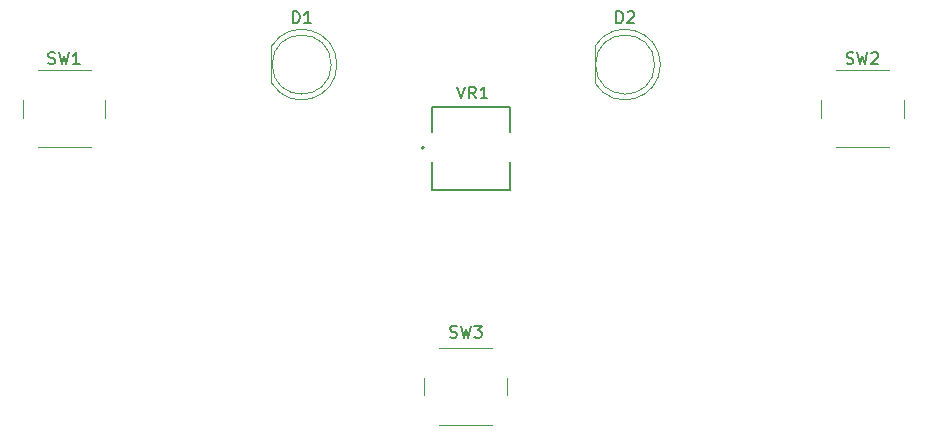
<source format=gbr>
%TF.GenerationSoftware,KiCad,Pcbnew,9.0.2*%
%TF.CreationDate,2025-06-28T23:14:17+07:00*%
%TF.ProjectId,PCB art,50434220-6172-4742-9e6b-696361645f70,rev?*%
%TF.SameCoordinates,Original*%
%TF.FileFunction,Legend,Top*%
%TF.FilePolarity,Positive*%
%FSLAX46Y46*%
G04 Gerber Fmt 4.6, Leading zero omitted, Abs format (unit mm)*
G04 Created by KiCad (PCBNEW 9.0.2) date 2025-06-28 23:14:17*
%MOMM*%
%LPD*%
G01*
G04 APERTURE LIST*
%ADD10C,0.150000*%
%ADD11C,0.200000*%
%ADD12C,0.127000*%
%ADD13C,0.120000*%
G04 APERTURE END LIST*
D10*
X195051937Y-80860748D02*
X195386189Y-81863504D01*
X195386189Y-81863504D02*
X195720441Y-80860748D01*
X196627696Y-81863504D02*
X196293444Y-81386001D01*
X196054693Y-81863504D02*
X196054693Y-80860748D01*
X196054693Y-80860748D02*
X196436695Y-80860748D01*
X196436695Y-80860748D02*
X196532196Y-80908498D01*
X196532196Y-80908498D02*
X196579946Y-80956248D01*
X196579946Y-80956248D02*
X196627696Y-81051749D01*
X196627696Y-81051749D02*
X196627696Y-81195000D01*
X196627696Y-81195000D02*
X196579946Y-81290500D01*
X196579946Y-81290500D02*
X196532196Y-81338251D01*
X196532196Y-81338251D02*
X196436695Y-81386001D01*
X196436695Y-81386001D02*
X196054693Y-81386001D01*
X197582702Y-81863504D02*
X197009699Y-81863504D01*
X197296200Y-81863504D02*
X197296200Y-80860748D01*
X197296200Y-80860748D02*
X197200700Y-81003999D01*
X197200700Y-81003999D02*
X197105199Y-81099499D01*
X197105199Y-81099499D02*
X197009699Y-81147250D01*
X208506305Y-75494819D02*
X208506305Y-74494819D01*
X208506305Y-74494819D02*
X208744400Y-74494819D01*
X208744400Y-74494819D02*
X208887257Y-74542438D01*
X208887257Y-74542438D02*
X208982495Y-74637676D01*
X208982495Y-74637676D02*
X209030114Y-74732914D01*
X209030114Y-74732914D02*
X209077733Y-74923390D01*
X209077733Y-74923390D02*
X209077733Y-75066247D01*
X209077733Y-75066247D02*
X209030114Y-75256723D01*
X209030114Y-75256723D02*
X208982495Y-75351961D01*
X208982495Y-75351961D02*
X208887257Y-75447200D01*
X208887257Y-75447200D02*
X208744400Y-75494819D01*
X208744400Y-75494819D02*
X208506305Y-75494819D01*
X209458686Y-74590057D02*
X209506305Y-74542438D01*
X209506305Y-74542438D02*
X209601543Y-74494819D01*
X209601543Y-74494819D02*
X209839638Y-74494819D01*
X209839638Y-74494819D02*
X209934876Y-74542438D01*
X209934876Y-74542438D02*
X209982495Y-74590057D01*
X209982495Y-74590057D02*
X210030114Y-74685295D01*
X210030114Y-74685295D02*
X210030114Y-74780533D01*
X210030114Y-74780533D02*
X209982495Y-74923390D01*
X209982495Y-74923390D02*
X209411067Y-75494819D01*
X209411067Y-75494819D02*
X210030114Y-75494819D01*
X160416667Y-78907200D02*
X160559524Y-78954819D01*
X160559524Y-78954819D02*
X160797619Y-78954819D01*
X160797619Y-78954819D02*
X160892857Y-78907200D01*
X160892857Y-78907200D02*
X160940476Y-78859580D01*
X160940476Y-78859580D02*
X160988095Y-78764342D01*
X160988095Y-78764342D02*
X160988095Y-78669104D01*
X160988095Y-78669104D02*
X160940476Y-78573866D01*
X160940476Y-78573866D02*
X160892857Y-78526247D01*
X160892857Y-78526247D02*
X160797619Y-78478628D01*
X160797619Y-78478628D02*
X160607143Y-78431009D01*
X160607143Y-78431009D02*
X160511905Y-78383390D01*
X160511905Y-78383390D02*
X160464286Y-78335771D01*
X160464286Y-78335771D02*
X160416667Y-78240533D01*
X160416667Y-78240533D02*
X160416667Y-78145295D01*
X160416667Y-78145295D02*
X160464286Y-78050057D01*
X160464286Y-78050057D02*
X160511905Y-78002438D01*
X160511905Y-78002438D02*
X160607143Y-77954819D01*
X160607143Y-77954819D02*
X160845238Y-77954819D01*
X160845238Y-77954819D02*
X160988095Y-78002438D01*
X161321429Y-77954819D02*
X161559524Y-78954819D01*
X161559524Y-78954819D02*
X161750000Y-78240533D01*
X161750000Y-78240533D02*
X161940476Y-78954819D01*
X161940476Y-78954819D02*
X162178572Y-77954819D01*
X163083333Y-78954819D02*
X162511905Y-78954819D01*
X162797619Y-78954819D02*
X162797619Y-77954819D01*
X162797619Y-77954819D02*
X162702381Y-78097676D01*
X162702381Y-78097676D02*
X162607143Y-78192914D01*
X162607143Y-78192914D02*
X162511905Y-78240533D01*
X228000667Y-78907200D02*
X228143524Y-78954819D01*
X228143524Y-78954819D02*
X228381619Y-78954819D01*
X228381619Y-78954819D02*
X228476857Y-78907200D01*
X228476857Y-78907200D02*
X228524476Y-78859580D01*
X228524476Y-78859580D02*
X228572095Y-78764342D01*
X228572095Y-78764342D02*
X228572095Y-78669104D01*
X228572095Y-78669104D02*
X228524476Y-78573866D01*
X228524476Y-78573866D02*
X228476857Y-78526247D01*
X228476857Y-78526247D02*
X228381619Y-78478628D01*
X228381619Y-78478628D02*
X228191143Y-78431009D01*
X228191143Y-78431009D02*
X228095905Y-78383390D01*
X228095905Y-78383390D02*
X228048286Y-78335771D01*
X228048286Y-78335771D02*
X228000667Y-78240533D01*
X228000667Y-78240533D02*
X228000667Y-78145295D01*
X228000667Y-78145295D02*
X228048286Y-78050057D01*
X228048286Y-78050057D02*
X228095905Y-78002438D01*
X228095905Y-78002438D02*
X228191143Y-77954819D01*
X228191143Y-77954819D02*
X228429238Y-77954819D01*
X228429238Y-77954819D02*
X228572095Y-78002438D01*
X228905429Y-77954819D02*
X229143524Y-78954819D01*
X229143524Y-78954819D02*
X229334000Y-78240533D01*
X229334000Y-78240533D02*
X229524476Y-78954819D01*
X229524476Y-78954819D02*
X229762572Y-77954819D01*
X230095905Y-78050057D02*
X230143524Y-78002438D01*
X230143524Y-78002438D02*
X230238762Y-77954819D01*
X230238762Y-77954819D02*
X230476857Y-77954819D01*
X230476857Y-77954819D02*
X230572095Y-78002438D01*
X230572095Y-78002438D02*
X230619714Y-78050057D01*
X230619714Y-78050057D02*
X230667333Y-78145295D01*
X230667333Y-78145295D02*
X230667333Y-78240533D01*
X230667333Y-78240533D02*
X230619714Y-78383390D01*
X230619714Y-78383390D02*
X230048286Y-78954819D01*
X230048286Y-78954819D02*
X230667333Y-78954819D01*
X181125105Y-75494819D02*
X181125105Y-74494819D01*
X181125105Y-74494819D02*
X181363200Y-74494819D01*
X181363200Y-74494819D02*
X181506057Y-74542438D01*
X181506057Y-74542438D02*
X181601295Y-74637676D01*
X181601295Y-74637676D02*
X181648914Y-74732914D01*
X181648914Y-74732914D02*
X181696533Y-74923390D01*
X181696533Y-74923390D02*
X181696533Y-75066247D01*
X181696533Y-75066247D02*
X181648914Y-75256723D01*
X181648914Y-75256723D02*
X181601295Y-75351961D01*
X181601295Y-75351961D02*
X181506057Y-75447200D01*
X181506057Y-75447200D02*
X181363200Y-75494819D01*
X181363200Y-75494819D02*
X181125105Y-75494819D01*
X182648914Y-75494819D02*
X182077486Y-75494819D01*
X182363200Y-75494819D02*
X182363200Y-74494819D01*
X182363200Y-74494819D02*
X182267962Y-74637676D01*
X182267962Y-74637676D02*
X182172724Y-74732914D01*
X182172724Y-74732914D02*
X182077486Y-74780533D01*
X194432267Y-102078800D02*
X194575124Y-102126419D01*
X194575124Y-102126419D02*
X194813219Y-102126419D01*
X194813219Y-102126419D02*
X194908457Y-102078800D01*
X194908457Y-102078800D02*
X194956076Y-102031180D01*
X194956076Y-102031180D02*
X195003695Y-101935942D01*
X195003695Y-101935942D02*
X195003695Y-101840704D01*
X195003695Y-101840704D02*
X194956076Y-101745466D01*
X194956076Y-101745466D02*
X194908457Y-101697847D01*
X194908457Y-101697847D02*
X194813219Y-101650228D01*
X194813219Y-101650228D02*
X194622743Y-101602609D01*
X194622743Y-101602609D02*
X194527505Y-101554990D01*
X194527505Y-101554990D02*
X194479886Y-101507371D01*
X194479886Y-101507371D02*
X194432267Y-101412133D01*
X194432267Y-101412133D02*
X194432267Y-101316895D01*
X194432267Y-101316895D02*
X194479886Y-101221657D01*
X194479886Y-101221657D02*
X194527505Y-101174038D01*
X194527505Y-101174038D02*
X194622743Y-101126419D01*
X194622743Y-101126419D02*
X194860838Y-101126419D01*
X194860838Y-101126419D02*
X195003695Y-101174038D01*
X195337029Y-101126419D02*
X195575124Y-102126419D01*
X195575124Y-102126419D02*
X195765600Y-101412133D01*
X195765600Y-101412133D02*
X195956076Y-102126419D01*
X195956076Y-102126419D02*
X196194172Y-101126419D01*
X196479886Y-101126419D02*
X197098933Y-101126419D01*
X197098933Y-101126419D02*
X196765600Y-101507371D01*
X196765600Y-101507371D02*
X196908457Y-101507371D01*
X196908457Y-101507371D02*
X197003695Y-101554990D01*
X197003695Y-101554990D02*
X197051314Y-101602609D01*
X197051314Y-101602609D02*
X197098933Y-101697847D01*
X197098933Y-101697847D02*
X197098933Y-101935942D01*
X197098933Y-101935942D02*
X197051314Y-102031180D01*
X197051314Y-102031180D02*
X197003695Y-102078800D01*
X197003695Y-102078800D02*
X196908457Y-102126419D01*
X196908457Y-102126419D02*
X196622743Y-102126419D01*
X196622743Y-102126419D02*
X196527505Y-102078800D01*
X196527505Y-102078800D02*
X196479886Y-102031180D01*
D11*
%TO.C,VR1*%
X192225600Y-86055200D02*
G75*
G02*
X192025600Y-86055200I-100000J0D01*
G01*
X192025600Y-86055200D02*
G75*
G02*
X192225600Y-86055200I100000J0D01*
G01*
D12*
X199489600Y-89585200D02*
X192889600Y-89585200D01*
X199489600Y-87290200D02*
X199489600Y-89575200D01*
X199489600Y-82585200D02*
X199489600Y-84750200D01*
X192889600Y-82585200D02*
X199489600Y-82585200D01*
X192889600Y-84750200D02*
X192889600Y-82585200D01*
X192889600Y-89575200D02*
X192889600Y-87290200D01*
D13*
%TO.C,D2*%
X206684400Y-77455000D02*
X206684400Y-80545000D01*
X206684400Y-77455170D02*
G75*
G02*
X212234400Y-79000000I2560000J-1544830D01*
G01*
X212234400Y-79000000D02*
G75*
G02*
X206684400Y-80544830I-2990000J0D01*
G01*
X211744400Y-79000000D02*
G75*
G02*
X206744400Y-79000000I-2500000J0D01*
G01*
X206744400Y-79000000D02*
G75*
G02*
X211744400Y-79000000I2500000J0D01*
G01*
%TO.C,SW1*%
X158250000Y-82000000D02*
X158250000Y-83500000D01*
X159500000Y-86000000D02*
X164000000Y-86000000D01*
X164000000Y-79500000D02*
X159500000Y-79500000D01*
X165250000Y-83500000D02*
X165250000Y-82000000D01*
%TO.C,SW2*%
X225834000Y-82000000D02*
X225834000Y-83500000D01*
X227084000Y-86000000D02*
X231584000Y-86000000D01*
X231584000Y-79500000D02*
X227084000Y-79500000D01*
X232834000Y-83500000D02*
X232834000Y-82000000D01*
%TO.C,D1*%
X179303200Y-77455000D02*
X179303200Y-80545000D01*
X179303200Y-77455170D02*
G75*
G02*
X184853200Y-79000000I2560000J-1544830D01*
G01*
X184853200Y-79000000D02*
G75*
G02*
X179303200Y-80544830I-2990000J0D01*
G01*
X184363200Y-79000000D02*
G75*
G02*
X179363200Y-79000000I-2500000J0D01*
G01*
X179363200Y-79000000D02*
G75*
G02*
X184363200Y-79000000I2500000J0D01*
G01*
%TO.C,SW3*%
X192216000Y-105508400D02*
X192216000Y-107008400D01*
X193466000Y-109508400D02*
X197966000Y-109508400D01*
X197966000Y-103008400D02*
X193466000Y-103008400D01*
X199216000Y-107008400D02*
X199216000Y-105508400D01*
%TD*%
M02*

</source>
